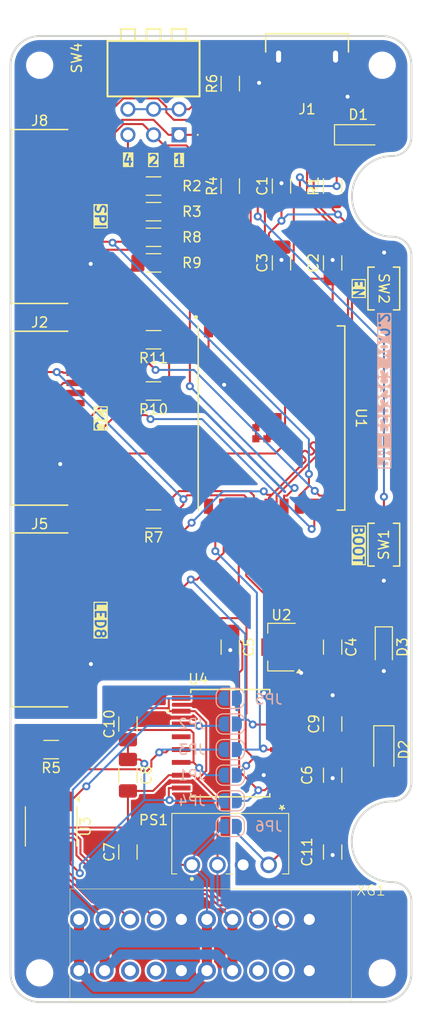
<source format=kicad_pcb>
(kicad_pcb (version 20240108) (generator "pcbnew") (generator_version "8.0")
  (title_block (title "${article} v${version}"))
  (layers (0 "F.Cu" signal) (31 "B.Cu" signal) (34 "B.Paste" user) (35 "F.Paste" user) (36 "B.SilkS" user "B.Silkscreen") (37 "F.SilkS" user "F.Silkscreen") (38 "B.Mask" user) (39 "F.Mask" user) (44 "Edge.Cuts" user))
  (property "article" "PM-ESP32C3")
  (property "version" "0.0.2")
  (net 0 "")
  (net 1 "/EN")
  (net 2 "GND")
  (net 4 "Net-(R4-Pad2)")
  (net 5 "/SCL")
  (net 6 "/SDA")
  (net 7 "/USB_D+")
  (net 8 "/USB_D-")
  (net 9 "+5V")
  (net 11 "+3.3V")
  (net 12 "/SCK")
  (net 13 "/CS0")
  (net 14 "/MOSI")
  (net 15 "/MISO")
  (net 16 "/CS1")
  (net 17 "Net-(D1-A)")
  (net 21 "Net-(R6-Pad2)")
  (net 23 "Net-(J5-Pin_2)")
  (net 24 "/UART_DIR")
  (net 25 "/UART_RX")
  (net 26 "/UART_TX")
  (net 27 "/B")
  (net 28 "/A")
  (net 29 "/INT")
  (net 30 "/CS2")
  (net 31 "/CS3")
  (net 32 "+3.3V_ISO")
  (net 33 "/UART_DIR_ISO")
  (net 34 "GND_ISO")
  (net 35 "/UART_RX_ISO")
  (net 39 "/UART_TX_ISO")
  (net 42 "Net-(D2-A)")
  (net 43 "PE")
  (net 44 "+5V_ISO")
  (footprint "Resistor_SMD:R_1206_3216Metric_Pad1.30x1.75mm_HandSolder" (layer "F.Cu") (at 62.3 74.6)
    (property "Reference" "R9")
    (property "Value" "10k")
  )
  (footprint "kicad_inventree_lib:SW_TS-1088_XNP-M" (layer "F.Cu") (at 85.16 77.14 -90)
    (property "Reference" "SW2")
    (property "Value" "Button")
  )
  (footprint "kicad_inventree_lib:ESP32-C3-WROOM-02U_EXP" (layer "F.Cu") (at 74.01 89.98 -90)
    (property "Reference" "U1")
    (property "Value" "ESP32-C3-WROOM-02U-N4")
  )
  (footprint "Capacitor_SMD:C_1206_3216Metric_Pad1.33x1.80mm_HandSolder" (layer "F.Cu") (at 80.08 120.32 90)
    (property "Reference" "C9")
    (property "Value" "10uF")
  )
  (footprint "kicad_inventree_lib:DA03BLP" (layer "F.Cu") (at 64.84 61.9 180)
    (property "Reference" "SW4")
    (property "Value" "DIP 3 pos" (hide yes))
  )
  (footprint "Package_TO_SOT_SMD:SOT-89-3" (layer "F.Cu") (at 75 112.7 180)
    (property "Reference" "U2")
    (property "Value" "CJA1117B-3.3")
  )
  (footprint "kicad_inventree_lib:CONN5_H83-S1S_XKB" (layer "F.Cu") (at 78.84 56.9989 180)
    (property "Reference" "J1")
    (property "Value" "U254-051T-4BH83-S1S")
  )
  (footprint "Resistor_SMD:R_1206_3216Metric_Pad1.30x1.75mm_HandSolder" (layer "F.Cu") (at 62.3 82.22 180)
    (property "Reference" "R11")
    (property "Value" "3k3")
  )
  (footprint "Capacitor_SMD:C_1206_3216Metric_Pad1.33x1.80mm_HandSolder" (layer "F.Cu") (at 80.08 112.7 -90)
    (property "Reference" "C4")
    (property "Value" "10uF")
  )
  (footprint "Package_SO:SOIC-8_3.9x4.9mm_P1.27mm" (layer "F.Cu") (at 52.14 130.48 -90)
    (property "Reference" "U3")
    (property "Value" "MAX3485")
  )
  (footprint "Capacitor_SMD:C_1206_3216Metric_Pad1.33x1.80mm_HandSolder" (layer "F.Cu") (at 80.08 125.4 -90)
    (property "Reference" "C6")
    (property "Value" "100nF")
  )
  (footprint "clipboard:b0caab98-8a23-470e-b26d-76b441dffb16" (layer "F.Cu") (at 85 145)
    (property "Reference" "")
    (property "Value" "")
  )
  (footprint "kicad_inventree_lib:CONN10_AFA07-S10_JUS" (layer "F.Cu") (at 51 70 -90)
    (property "Reference" "J8")
    (property "Value" "AFA07-S10FCC-00")
  )
  (footprint "clipboard:b0caab98-8a23-470e-b26d-76b441dffb16" (layer "F.Cu") (at 51 145)
    (property "Reference" "")
    (property "Value" "")
  )
  (footprint "Resistor_SMD:R_1206_3216Metric_Pad1.30x1.75mm_HandSolder" (layer "F.Cu") (at 62.3 87.3 180)
    (property "Reference" "R10")
    (property "Value" "3k3")
  )
  (footprint "Diode_SMD:D_SOD-323_HandSoldering" (layer "F.Cu") (at 85.16 112.7 -90)
    (property "Reference" "D3")
    (property "Value" "5A 9.8V 6V")
  )
  (footprint "Resistor_SMD:R_1206_3216Metric_Pad1.30x1.75mm_HandSolder" (layer "F.Cu") (at 52.14 122.86 180)
    (property "Reference" "R5")
    (property "Value" "10k")
  )
  (footprint "clipboard:b0caab98-8a23-470e-b26d-76b441dffb16" (layer "F.Cu") (at 51 55)
    (property "Reference" "")
    (property "Value" "")
  )
  (footprint "Resistor_SMD:R_1206_3216Metric_Pad1.30x1.75mm_HandSolder" (layer "F.Cu") (at 69.92 66.98 90)
    (property "Reference" "R4")
    (property "Value" "330R")
  )
  (footprint "Capacitor_SMD:C_1206_3216Metric_Pad1.33x1.80mm_HandSolder" (layer "F.Cu") (at 75 74.6 90)
    (property "Reference" "C3")
    (property "Value" "1uF")
  )
  (footprint "clipboard:b0caab98-8a23-470e-b26d-76b441dffb16" (layer "F.Cu") (at 85 55)
    (property "Reference" "")
    (property "Value" "")
  )
  (footprint "Capacitor_SMD:C_1206_3216Metric_Pad1.33x1.80mm_HandSolder" (layer "F.Cu") (at 75 66.98 90)
    (property "Reference" "C1")
    (property "Value" "1uF")
  )
  (footprint "Capacitor_SMD:C_1206_3216Metric_Pad1.33x1.80mm_HandSolder" (layer "F.Cu") (at 59.76 125.4 -90)
    (property "Reference" "C8")
    (property "Value" "100nF")
  )
  (footprint "Resistor_SMD:R_1206_3216Metric_Pad1.30x1.75mm_HandSolder" (layer "F.Cu") (at 62.3 100 180)
    (property "Reference" "R7")
    (property "Value" "330R")
  )
  (footprint "Resistor_SMD:R_1206_3216Metric_Pad1.30x1.75mm_HandSolder" (layer "F.Cu") (at 69.92 56.82 90)
    (property "Reference" "R6")
    (property "Value" "10k")
  )
  (footprint "Capacitor_SMD:C_1206_3216Metric_Pad1.33x1.80mm_HandSolder" (layer "F.Cu") (at 80.08 133.02 -90)
    (property "Reference" "C11")
    (property "Value" "10uF")
  )
  (footprint "Diode_SMD:D_SOD-123" (layer "F.Cu") (at 82.62 61.9)
    (property "Reference" "D1")
    (property "Value" "B5819W")
  )
  (footprint "kicad_inventree_lib:DG141R-2.54-10P" (layer "F.Cu") (at 54 147.8)
    (property "Reference" "XG1")
    (property "Value" "DG141R-2.54-10P" (hide yes))
  )
  (footprint "kicad_inventree_lib:CONN10_AFA07-S10_JUS" (layer "F.Cu") (at 51 110 -90)
    (property "Reference" "J5")
    (property "Value" "AFA07-S10FCC-00")
  )
  (footprint "Resistor_SMD:R_1206_3216Metric_Pad1.30x1.75mm_HandSolder" (layer "F.Cu") (at 62.3 66.98 180)
    (property "Reference" "R2")
    (property "Value" "10k")
  )
  (footprint "Resistor_SMD:R_1206_3216Metric_Pad1.30x1.75mm_HandSolder" (layer "F.Cu") (at 62.3 69.52 180)
    (property "Reference" "R3")
    (property "Value" "10k")
  )
  (footprint "Diode_SMD:D_SOD-123" (layer "F.Cu") (at 85.16 122.86 -90)
    (property "Reference" "D2")
    (property "Value" "B5819W")
  )
  (footprint "kicad_inventree_lib:SW_TS-1088_XNP-M" (layer "F.Cu") (at 85.16 102.54 90)
    (property "Reference" "SW1")
    (property "Value" "Button")
  )
  (footprint "kicad_inventree_lib:CONN10_AFA07-S10_JUS" (layer "F.Cu") (at 51 90 -90)
    (property "Reference" "J2")
    (property "Value" "AFA07-S10FCC-00")
  )
  (footprint "Resistor_SMD:R_1206_3216Metric_Pad1.30x1.75mm_HandSolder" (layer "F.Cu") (at 80.08 66.98 -90)
    (property "Reference" "R1")
    (property "Value" "10k")
  )
  (footprint "Capacitor_SMD:C_1206_3216Metric_Pad1.33x1.80mm_HandSolder" (layer "F.Cu") (at 59.76 120.32 90)
    (property "Reference" "C10")
    (property "Value" "10uF")
  )
  (footprint "kicad_inventree_lib:B0505S1WR3" (layer "F.Cu") (at 66.11 134.29)
    (property "Reference" "PS1")
    (property "Value" "B0505S-1WR3" (hide yes))
  )
  (footprint "Capacitor_SMD:C_1206_3216Metric_Pad1.33x1.80mm_HandSolder" (layer "F.Cu") (at 80.08 74.6 -90)
    (property "Reference" "C2")
    (property "Value" "10uF")
  )
  (footprint "Capacitor_SMD:C_1206_3216Metric_Pad1.33x1.80mm_HandSolder" (layer "F.Cu") (at 69.92 112.7 -90)
    (property "Reference" "C5")
    (property "Value" "22uF")
  )
  (footprint "kicad_inventree_lib:SOIC16-WBW_CLG-M" (layer "F.Cu") (at 69.92 122.225 180)
    (property "Reference" "U4")
    (property "Value" "CA-IS3641HW")
  )
  (footprint "Resistor_SMD:R_1206_3216Metric_Pad1.30x1.75mm_HandSolder" (layer "F.Cu") (at 62.3 72.06 180)
    (property "Reference" "R8")
    (property "Value" "10k")
  )
  (footprint "Capacitor_SMD:C_1206_3216Metric_Pad1.33x1.80mm_HandSolder" (layer "F.Cu") (at 59.76 133.02 90)
    (property "Reference" "C7")
    (property "Value" "10uF")
  )
  (footprint "Jumper:SolderJumper-2_P1.3mm_Open_RoundedPad1.0x1.5mm" (layer "B.Cu") (at 69.92 117.78)
    (property "Reference" "JP5")
    (property "Value" "SolderJumper_2_Open")
  )
  (footprint "Jumper:SolderJumper-2_P1.3mm_Open_RoundedPad1.0x1.5mm" (layer "B.Cu") (at 69.92 127.94 180)
    (property "Reference" "JP4")
    (property "Value" "SolderJumper_2_Open")
  )
  (footprint "Jumper:SolderJumper-2_P1.3mm_Open_RoundedPad1.0x1.5mm" (layer "B.Cu") (at 69.92 120.32 180)
    (property "Reference" "JP2")
    (property "Value" "SolderJumper_2_Open")
  )
  (footprint "Jumper:SolderJumper-2_P1.3mm_Open_RoundedPad1.0x1.5mm" (layer "B.Cu") (at 69.92 125.4 180)
    (property "Reference" "JP1")
    (property "Value" "SolderJumper_2_Open")
  )
  (footprint "Jumper:SolderJumper-2_P1.3mm_Open_RoundedPad1.0x1.5mm" (layer "B.Cu") (at 69.92 130.48)
    (property "Reference" "JP6")
    (property "Value" "SolderJumper_2_Open")
  )
  (footprint "Jumper:SolderJumper-2_P1.3mm_Open_RoundedPad1.0x1.5mm" (layer "B.Cu") (at 69.92 122.86 180)
    (property "Reference" "JP3")
    (property "Value" "SolderJumper_2_Open")
  )
  (gr_arc (start 87.900001 144.999999) (mid 87.050611 147.050609) (end 85.000001 147.899999) (stroke (width 0.2)) (layer "Edge.Cuts"))
  (gr_line (start 87.900001 137.899999) (end 87.900001 144.999999) (stroke (width 0.2)) (layer "Edge.Cuts"))
  (gr_line (start 87.9 62.1) (end 87.9 55) (stroke (width 0.2)) (layer "Edge.Cuts"))
  (gr_arc (start 48.099999 55) (mid 48.949389 52.94939) (end 50.999999 52.1) (stroke (width 0.2)) (layer "Edge.Cuts"))
  (gr_line (start 48.1 144.999999) (end 48.1 54.999999) (stroke (width 0.2)) (layer "Edge.Cuts"))
  (gr_arc (start 86.000001 135.999999) (mid 82.000001 131.999999) (end 86.000001 127.999999) (stroke (width 0.2)) (layer "Edge.Cuts"))
  (gr_arc (start 87.900001 126.100001) (mid 87.343504 127.443504) (end 86.000001 128.000001) (stroke (width 0.2)) (layer "Edge.Cuts"))
  (gr_arc (start 86.000001 71.999999) (mid 87.343504 72.556496) (end 87.900001 73.899999) (stroke (width 0.2)) (layer "Edge.Cuts"))
  (gr_arc (start 85 52.1) (mid 87.05061 52.94939) (end 87.9 55) (stroke (width 0.2)) (layer "Edge.Cuts"))
  (gr_arc (start 51 147.899999) (mid 48.94939 147.050609) (end 48.1 144.999999) (stroke (width 0.2)) (layer "Edge.Cuts"))
  (gr_line (start 87.900001 73.899999) (end 87.900001 126.100001) (stroke (width 0.2)) (layer "Edge.Cuts"))
  (gr_line (start 50.999999 52.1) (end 85 52.1) (stroke (width 0.2)) (layer "Edge.Cuts"))
  (gr_arc (start 86.000001 135.999999) (mid 87.343504 136.556496) (end 87.900001 137.899999) (stroke (width 0.2)) (layer "Edge.Cuts"))
  (gr_line (start 51 147.899999) (end 85.000001 147.899999) (stroke (width 0.2)) (layer "Edge.Cuts"))
  (gr_arc (start 86 72) (mid 82 68) (end 86 64) (stroke (width 0.2)) (layer "Edge.Cuts"))
  (gr_arc (start 87.9 62.1) (mid 87.343503 63.443503) (end 86 64) (stroke (width 0.2)) (layer "Edge.Cuts"))
  (gr_text "${article} v${version}" (at 85.16 87.3 -90) (layer "B.SilkS" knockout) (effects (font (size 1 1) (thickness 0.2) (bold yes)) (justify mirror)))
  (gr_text "LED8" (at 57 110 270) (layer "F.SilkS" knockout) (effects (font (size 1 1) (thickness 0.2) (bold yes))))
  (gr_text "EN" (at 82.62 77.14 -90) (layer "F.SilkS" knockout) (effects (font (size 1 1) (thickness 0.2) (bold yes))))
  (gr_text "I2C" (at 57 90 270) (layer "F.SilkS" knockout) (effects (font (size 1 1) (thickness 0.2) (bold yes))))
  (gr_text "BOOT" (at 82.62 102.54 -90) (layer "F.SilkS" knockout) (effects (font (size 1 1) (thickness 0.2) (bold yes))))
  (gr_text "4" (at 59.76 64.44 0) (layer "F.SilkS" knockout) (effects (font (size 1 1) (thickness 0.2) (bold yes))))
  (gr_text "2" (at 62.3 64.44 0) (layer "F.SilkS" knockout) (effects (font (size 1 1) (thickness 0.2) (bold yes))))
  (gr_text "SPI" (at 57 70 270) (layer "F.SilkS" knockout) (effects (font (size 1 1) (thickness 0.2) (bold yes))))
  (gr_text "1" (at 64.84 64.44 0) (layer "F.SilkS" knockout) (effects (font (size 1 1) (thickness 0.2) (bold yes))))
  (segment (start 73.756 76.8176) (end 73.756 71.6663) (width 0.2) (layer "F.Cu") (net 1))
  (segment (start 78.26 81.23) (end 78.26 80.179) (width 0.2) (layer "F.Cu") (net 1))
  (segment (start 75 70.4223) (end 75 68.5425) (width 0.2) (layer "F.Cu") (net 1))
  (segment (start 80.08 69.2676) (end 80.6082 69.7958) (width 0.2) (layer "F.Cu") (net 1))
  (segment (start 73.756 71.6663) (end 75 70.4223) (width 0.2) (layer "F.Cu") (net 1))
  (segment (start 84.236 79.426) (end 85.16 79.426) (width 0.2) (layer "F.Cu") (net 1))
  (segment (start 80.08 68.53) (end 80.08 69.2676) (width 0.2) (layer "F.Cu") (net 1))
  (segment (start 77.333 79.252) (end 76.1904 79.252) (width 0.2) (layer "F.Cu") (net 1))
  (segment (start 83.05 78.24) (end 84.236 79.426) (width 0.2) (layer "F.Cu") (net 1))
  (segment (start 83.05 72.2376) (end 83.05 78.24) (width 0.2) (layer "F.Cu") (net 1))
  (segment (start 76.1904 79.252) (end 73.756 76.8176) (width 0.2) (layer "F.Cu") (net 1))
  (segment (start 80.6082 69.7958) (end 83.05 72.2376) (width 0.2) (layer "F.Cu") (net 1))
  (segment (start 78.26 80.179) (end 77.333 79.252) (width 0.2) (layer "F.Cu") (net 1))
  (via (at 80.6082 69.7958) (size 0.8) (drill 0.4) (layers "F.Cu" "B.Cu") (net 1))
  (via (at 75 70.4223) (size 0.8) (drill 0.4) (layers "F.Cu" "B.Cu") (net 1))
  (segment (start 80.6082 69.7958) (end 75.6265 69.7958) (width 0.2) (layer "B.Cu") (net 1))
  (segment (start 75.6265 69.7958) (end 75 70.4223) (width 0.2) (layer "B.Cu") (net 1))
  (segment (start 74.66 89.84) (end 74.0027 89.84) (width 0.2) (layer "F.Cu") (net 2))
  (segment (start 74.0027 89.84) (end 73.674 89.5113) (width 0.2) (layer "F.Cu") (net 2))
  (segment (start 72.46 89.84) (end 72.46 90.94) (width 0.2) (layer "F.Cu") (net 2))
  (segment (start 56.0639 74.6975) (end 55.9569 74.6975) (width 0.2) (layer "F.Cu") (net 2))
  (segment (start 73.0842 56.6949) (end 74.44 56.6949) (width 0.2) (layer "F.Cu") (net 2))
  (segment (start 53.0435 94.548) (end 53.3046 94.548) (width 0.2) (layer "F.Cu") (net 2))
  (segment (start 81.2429 57.7967) (end 81.5631 58.1169) (width 0.2) (layer "F.Cu") (net 2))
  (segment (start 85.192 73.8472) (end 85.16 73.8792) (width 0.2) (layer "F.Cu") (net 2))
  (segment (start 80.64 57.7967) (end 81.2429 57.7967) (width 0.2) (layer "F.Cu") (net 2))
  (segment (start 85.16 73.8792) (end 85.16 74.854) (width 0.2) (layer "F.Cu") (net 2))
  (segment (start 75.7958 56.6949) (end 74.44 56.6949) (width 0.2) (layer "F.Cu") (net 2))
  (segment (start 73.2378 125.39) (end 73.5581 125.39) (width 0.2) (layer "F.Cu") (net 2))
  (segment (start 85.192 73.5734) (end 85.192 73.8472) (width 0.2) (layer "F.Cu") (net 2))
  (segment (start 80.08 126.962) (end 80.08 125.695) (width 0.2) (layer "F.Cu") (net 2))
  (segment (start 73.568 117.555) (end 73.2626 117.249) (width 0.2) (layer "F.Cu") (net 2))
  (segment (start 67.759999 81.23) (end 67.759999 85.139999) (width 0.2) (layer "F.Cu") (net 2))
  (segment (start 85.16 113.95) (end 85.16 115.072) (width 0.2) (layer "F.Cu") (net 2))
  (segment (start 85.16 104.826) (end 85.16 106.112) (width 0.2) (layer "F.Cu") (net 2))
  (segment (start 73.568 125.4) (end 74.7968 125.4) (width 0.2) (layer "F.Cu") (net 2))
  (segment (start 73.0316 56.7475) (end 73.0842 56.6949) (width 0.2) (layer "F.Cu") (net 2))
  (segment (start 80.08 118.7575) (end 80.08 117.47) (width 0.2) (layer "F.Cu") (net 2))
  (segment (start 72.7777 56.7475) (end 73.0316 56.7475) (width 0.2) (layer "F.Cu") (net 2))
  (segment (start 73.56 90.94) (end 74.66 90.94) (width 0.2) (layer "F.Cu") (net 2))
  (segment (start 80.08 117.47) (end 80.08 114.2625) (width 0.2) (layer "F.Cu") (net 2))
  (segment (start 80.08 114.2625) (end 80.08 114.262) (width 0.2) (layer "F.Cu") (net 2))
  (segment (start 55.7594 74.5) (end 54.556 74.5) (width 0.2) (layer "F.Cu") (net 2))
  (segment (start 76.95 114.2) (end 76.95 115.255) (width 0.2) (layer "F.Cu") (net 2))
  (segment (start 73.56 90.94) (end 73.56 92.04) (width 0.2) (layer "F.Cu") (net 2))
  (segment (start 55.9569 74.6975) (end 55.7594 74.5) (width 0.2) (layer "F.Cu") (net 2))
  (segment (start 76.2401 56.82) (end 75.9209 56.82) (width 0.2) (layer "F.Cu") (net 2))
  (segment (start 80.08 118.758) (end 80.08 118.7575) (width 0.2) (layer "F.Cu") (net 2))
  (segment (start 67.759999 85.139999) (end 72.46 89.84) (width 0.2) (layer "F.Cu") (net 2))
  (segment (start 53.3046 94.548) (end 53.3526 94.5) (width 0.2) (layer "F.Cu") (net 2))
  (segment (start 72.46 89.84) (end 73.56 89.84) (width 0.2) (layer "F.Cu") (net 2))
  (segment (start 75 73.0375) (end 75 74.3051) (width 0.2) (layer "F.Cu") (net 2))
  (segment (start 72.46 90.94) (end 72.46 92.04) (width 0.2) (layer "F.Cu") (net 2))
  (segment (start 75 65.4175) (end 75 66.6971) (width 0.2) (layer "F.Cu") (net 2))
  (segment (start 69.92 114.262) (end 69.92 114.2625) (width 0.2) (layer "F.Cu") (net 2))
  (segment (start 74.7968 117.78) (end 73.568 117.78) (width 0.2) (layer "F.Cu") (net 2))
  (segment (start 74.66 92.04) (end 73.56 92.04) (width 0.2) (layer "F.Cu") (net 2))
  (segment (start 54.556 114.5) (end 55.7594 114.5) (width 0.2) (layer "F.Cu") (net 2))
  (segment (start 80.64 56.6949) (end 80.64 57.7967) (width 0.2) (layer "F.Cu") (net 2))
  (segment (start 73.56 89.5113) (end 73.56 89.84) (width 0.2) (layer "F.Cu") (net 2))
  (segment (start 69.92 114.262) (end 69.92 112.997) (width 0.2) (layer "F.Cu") (net 2))
  (segment (start 53.3526 94.5) (end 54.556 94.5) (width 0.2) (layer "F.Cu") (net 2))
  (segment (start 73.56 92.04) (end 72.46 92.04) (width 0.2) (layer "F.Cu") (net 2))
  (segment (start 80.08 73.0375) (end 80.08 74.3069) (width 0.2) (layer "F.Cu") (net 2))
  (segment (start 80.08 134.582) (end 80.08 133.315) (width 0.2) (layer "F.Cu") (net 2))
  (segment (start 75.9209 56.82) (end 75.7958 56.6949) (width 0.2) (layer "F.Cu") (net 2))
  (segment (start 73.674 89.5113) (end 73.56 89.5113) (width 0.2) (layer "F.Cu") (net 2))
  (segment (start 55.7594 114.5) (end 55.8806 114.379) (width 0.2) (layer "F.Cu") (net 2))
  (segment (start 73.5581 125.39) (end 73.568 125.4) (width 0.2) (layer "F.Cu") (net 2))
  (segment (start 80.08 126.962) (end 80.08 126.9625) (width 0.2) (layer "F.Cu") (net 2))
  (segment (start 55.8806 114.379) (end 56.0822 114.379) (width 0.2) (layer "F.Cu") (net 2))
  (segment (start 80.08 134.582) (end 80.08 134.5825) (width 0.2) (layer "F.Cu") (net 2))
  (segment (start 73.568 117.78) (end 73.568 117.555) (width 0.2) (layer "F.Cu") (net 2))
  (via (at 85.192 73.5734) (size 0.8) (drill 0.4) (layers "F.Cu" "B.Cu") (net 2))
  (via (at 75 74.3051) (size 0.8) (drill 0.4) (layers "F.Cu" "B.Cu") (net 2))
  (via (at 73.2378 125.39) (size 0.8) (drill 0.4) (layers "F.Cu" "B.Cu") (net 2))
  (via (at 81.5631 58.1169) (size 0.8) (drill 0.4) (layers "F.Cu" "B.Cu") (net 2))
  (via (at 69.31 86.69) (size 0.8) (drill 0.4) (layers "F.Cu" "B.Cu") (net 2))
  (via (at 69.92 112.997) (size 0.8) (drill 0.4) (layers "F.Cu" "B.Cu") (net 2))
  (via (at 85.16 106.112) (size 0.8) (drill 0.4) (layers "F.Cu" "B.Cu") (net 2))
  (via (at 76.95 115.255) (size 0.8) (drill 0.4) (layers "F.Cu" "B.Cu") (net 2))
  (via (at 80.08 74.3069) (size 0.8) (drill 0.4) (layers "F.Cu" "B.Cu") (net 2))
  (via (at 80.08 117.47) (size 0.8) (drill 0.4) (layers "F.Cu" "B.Cu") (net 2))
  (via (at 53.0435 94.548) (size 0.8) (drill 0.4) (layers "F.Cu" "B.Cu") (net 2))
  (via (at 72.7777 56.7475) (size 0.8) (drill 0.4) (layers "F.Cu" "B.Cu") (net 2))
  (via (at 80.08 133.315) (size 0.8) (drill 0.4) (layers "F.Cu" "B.Cu") (net 2))
  (via (at 73.2626 117.249) (size 0.8) (drill 0.4) (layers "F.Cu" "B.Cu") (net 2))
  (via (at 56.0822 114.379) (size 0.8) (drill 0.4) (layers "F.Cu" "B.Cu") (net 2))
  (via (at 56.0639 74.6975) (size 0.8) (drill 0.4) (layers "F.Cu" "B.Cu") (net 2))
  (via (at 75 66.6971) (size 0.8) (drill 0.4) (layers "F.Cu" "B.Cu") (net 2))
  (via (at 80.08 125.695) (size 0.8) (drill 0.4) (layers "F.Cu" "B.Cu") (net 2))
  (via (at 85.16 115.072) (size 0.8) (drill 0.4) (layers "F.Cu" "B.Cu") (net 2))
  (segment (start 72.6465 67.6207) (end 70.4558 65.43) (width 0.2) (layer "F.Cu") (net 4))
  (segment (start 85.16 100.254) (end 85.16 99.2792) (width 0.2) (layer "F.Cu") (net 4))
  (segment (start 85.16 99.2792) (end 85.1723 99.2669) (width 0.2) (layer "F.Cu") (net 4))
  (segment (start 72.6465 70) (end 72.6465 67.6207) (width 0.2) (layer "F.Cu") (net 4))
  (segment (start 70.4558 65.43) (end 69.92 65.43) (width 0.2) (layer "F.Cu") (net 4))
  (segment (start 85.1723 99.2669) (end 85.1723 97.7904) (width 0.2) (layer "F.Cu") (net 4))
  (via (at 85.1723 97.7904) (size 0.8) (drill 0.4) (layers "F.Cu" "B.Cu") (net 4))
  (via (at 72.6465 70) (size 0.8) (drill 0.4) (layers "F.Cu" "B.Cu") (net 4))
  (segment (start 85.1723 82.5258) (end 72.6465 70) (width 0.2) (layer "B.Cu") (net 4))
  (segment (start 85.1723 97.7904) (end 85.1723 82.5258) (width 0.2) (layer "B.Cu") (net 4))
  (segment (start 61.6073 89.6953) (end 62 90.088) (width 0.2) (layer "F.Cu") (net 5))
  (segment (start 58.5641 89.6953) (end 60.75 89.6953) (width 0.2) (layer "F.Cu") (net 5))
  (segment (start 54.556 92.5) (end 55.7594 92.5) (width 0.2) (layer "F.Cu") (net 5))
  (segment (start 60.75 89.6953) (end 61.6073 89.6953) (width 0.2) (layer "F.Cu") (net 5))
  (segment (start 55.7594 92.5) (end 58.5641 89.6953) (width 0.2) (layer "F.Cu") (net 5))
  (segment (start 78.26 100.723) (end 78 100.983) (width 0.2) (layer "F.Cu") (net 5))
  (segment (start 60.75 89.6953) (end 60.75 87.3) (width 0.2) (layer "F.Cu") (net 5))
  (segment (start 78.26 98.73) (end 78.26 100.723) (width 0.2) (layer "F.Cu") (net 5))
  (via (at 62 90.088) (size 0.8) (drill 0.4) (layers "F.Cu" "B.Cu") (net 5))
  (via (at 78 100.983) (size 0.8) (drill 0.4) (layers "F.Cu" "B.Cu") (net 5))
  (segment (start 67.1049 90.088) (end 78 100.983) (width 0.2) (layer "B.Cu") (net 5))
  (segment (start 62 90.088) (end 67.1049 90.088) (width 0.2) (layer "B.Cu") (net 5))
  (segment (start 60.75 84.0847) (end 60.75 82.22) (width 0.2) (layer "F.Cu") (net 6))
  (segment (start 61.9154 84.6255) (end 61.2908 84.6255) (width 0.2) (layer "F.Cu") (net 6))
  (segment (start 55.7594 91.5) (end 54.556 91.5) (width 0.2) (layer "F.Cu") (net 6))
  (segment (start 55.7594 90.1569) (end 55.7594 91.5) (width 0.2) (layer "F.Cu") (net 6))
  (segment (start 79.76 98.73) (end 79.76 97.679) (width 0.2) (layer "F.Cu") (net 6))
  (segment (start 62.5019 85.212) (end 61.9154 84.6255) (width 0.2) (layer "F.Cu") (net 6))
  (segment (start 78.7764 97.679) (end 78.3028 97.2054) (width 0.2) (layer "F.Cu") (net 6))
  (segment (start 61.2908 84.6255) (end 55.7594 90.1569) (width 0.2) (layer "F.Cu") (net 6))
  (segment (start 79.76 97.679) (end 78.7764 97.679) (width 0.2) (layer "F.Cu") (net 6))
  (segment (start 61.2908 84.6255) (end 60.75 84.0847) (width 0.2) (layer "F.Cu") (net 6))
  (via (at 78.3028 97.2054) (size 0.8) (drill 0.4) (layers "F.Cu" "B.Cu") (net 6))
  (via (at 62.5019 85.212) (size 0.8) (drill 0.4) (layers "F.Cu" "B.Cu") (net 6))
  (segment (start 78.3028 97.2054) (end 66.3094 85.212) (width 0.2) (layer "B.Cu") (net 6))
  (segment (start 66.3094 85.212) (end 62.5019 85.212) (width 0.2) (layer "B.Cu") (net 6))
  (segment (start 66.0805 100.364) (end 56.9449 109.5) (width 0.2) (layer "F.Cu") (net 7))
  (segment (start 77.328958 94.305353) (end 77.244106 94.390207) (width 0.2) (layer "F.Cu") (net 7))
  (segment (start 78.092635 93.541678) (end 78.092635 93.541679) (width 0.2) (layer "F.Cu") (net 7))
  (segment (start 79.026016 92.608295) (end 78.941164 92.693149) (width 0.2) (layer "F.Cu") (net 7))
  (segment (start 73.76 97.874314) (end 73.76 98.73) (width 0.2) (layer "F.Cu") (net 7))
  (segment (start 78.020513 92.451322) (end 77.93566 92.536174) (width 0.2) (layer "F.Cu") (net 7))
  (segment (start 74.880463 96.753851) (end 73.76 97.874314) (width 0.2) (layer "F.Cu") (net 7))
  (segment (start 78.869007 91.602758) (end 78.784154 91.68761) (width 0.2) (layer "F.Cu") (net 7))
  (segment (start 75.087429 96.546885) (end 74.880463 96.753851) (width 0.2) (layer "F.Cu") (net 7))
  (segment (start 77.93566 92.875586) (end 78.177487 93.117413) (width 0.2) (layer "F.Cu") (net 7))
  (segment (start 77.087131 93.724115) (end 77.328958 93.965942) (width 0.2) (layer "F.Cu") (net 7))
  (segment (start 73.2456 97.2508) (end 73.244 97.2508) (width 0.2) (layer "F.Cu") (net 7))
  (segment (start 81.6 90.034314) (end 79.789693 91.844621) (width 0.2) (layer "F.Cu") (net 7))
  (segment (start 78.601752 92.69315) (end 78.359924 92.451322) (width 0.2) (layer "F.Cu") (net 7))
  (segment (start 79.450281 91.844621) (end 79.208418 91.602758) (width 0.2) (layer "F.Cu") (net 7))
  (segment (start 78.784154 92.027022) (end 79.026016 92.268884) (width 0.2) (layer "F.Cu") (net 7))
  (segment (start 77.54 56.82) (end 77.54 68.405686) (width 0.2) (layer "F.Cu") (net 7))
  (segment (start 77.753223 93.541679) (end 77.511395 93.299851) (width 0.2) (layer "F.Cu") (net 7))
  (segment (start 78.941164 92.693149) (end 78.941164 92.69315) (width 0.2) (layer "F.Cu") (net 7))
  (segment (start 77.54 68.405686) (end 81.6 72.465686) (width 0.2) (layer "F.Cu") (net 7))
  (segment (start 74.0377 97.5966) (end 73.5914 97.5966) (width 0.2) (layer "F.Cu") (net 7))
  (segment (start 77.171984 93.299851) (end 77.087131 93.384703) (width 0.2) (layer "F.Cu") (net 7))
  (segment (start 73.5914 97.5966) (end 73.2456 97.2508) (width 0.2) (layer "F.Cu") (net 7))
  (segment (start 81.6 72.465686) (end 81.6 90.034314) (width 0.2) (layer "F.Cu") (net 7))
  (segment (start 77.244106 94.390207) (end 75.087429 96.546885) (width 0.2) (layer "F.Cu") (net 7))
  (segment (start 78.177487 93.456824) (end 78.092635 93.541678) (width 0.2) (layer "F.Cu") (net 7))
  (segment (start 56.9449 109.5) (end 54.556 109.5) (width 0.2) (layer "F.Cu") (net 7))
  (via (at 66.0805 100.364) (size 0.8) (drill 0.4) (layers "F.Cu" "B.Cu") (net 7))
  (via (at 73.244 97.2508) (size 0.8) (drill 0.4) (layers "F.Cu" "B.Cu") (net 7))
  (arc (start 77.087131 93.384703) (mid 77.016836 93.554409) (end 77.087131 93.724115) (width 0.2) (layer "F.Cu") (net 7))
  (arc (start 79.789693 91.844621) (mid 79.619987 91.914916) (end 79.450281 91.844621) (width 0.2) (layer "F.Cu") (net 7))
  (arc (start 77.511395 93.299851) (mid 77.34169 93.229556) (end 77.171984 93.299851) (width 0.2) (layer "F.Cu") (net 7))
  (arc (start 77.328958 93.965942) (mid 77.399252 94.135648) (end 77.328958 94.305353) (width 0.2) (layer "F.Cu") (net 7))
  (arc (start 79.026016 92.268884) (mid 79.09631 92.43859) (end 79.026016 92.608295) (width 0.2) (layer "F.Cu") (net 7))
  (arc (start 79.208418 91.602758) (mid 79.038713 91.532463) (end 78.869007 91.602758) (width 0.2) (layer "F.Cu") (net 7))
  (arc (start 78.359924 92.451322) (mid 78.190219 92.381027) (end 78.020513 92.451322) (width 0.2) (layer "F.Cu") (net 7))
  (arc (start 78.092635 93.541679) (mid 77.922929 93.611974) (end 77.753223 93.541679) (width 0.2) (layer "F.Cu") (net 7))
  (arc (start 78.784154 91.68761) (mid 78.713859 91.857316) (end 78.784154 92.027022) (width 0.2) (layer "F.Cu") (net 7))
  (arc (start 78.941164 92.69315) (mid 78.771458 92.763445) (end 78.601752 92.69315) (width 0.2) (layer "F.Cu") (net 7))
  (arc (start 78.177487 93.117413) (mid 78.247781 93.287119) (end 78.177487 93.456824) (width 0.2) (layer "F.Cu") (net 7))
  (arc (start 77.93566 92.536174) (mid 77.865365 92.70588) (end 77.93566 92.875586) (width 0.2) (layer "F.Cu") (net 7))
  (segment (start 73.244 97.2508) (end 69.1941 97.2508) (width 0.2) (layer "B.Cu") (net 7))
  (segment (start 69.1941 97.2508) (end 66.0805 100.364) (width 0.2) (layer "B.Cu") (net 7))
  (segment (start 74.5155 99.7638) (end 74.3793 99.9) (width 0.2) (layer "F.Cu") (net 8))
  (segment (start 55.7594 108.5) (end 62.3 101.959) (width 0.2) (layer "F.Cu") (net 8))
  (segment (start 73.1252 99.9) (end 72.26 99.0348) (width 0.2) (layer "F.Cu") (net 8))
  (segment (start 74.5155 97.6845) (end 74.5155 99.7638) (width 0.2) (layer "F.Cu") (net 8))
  (segment (start 71.8104 97.2294) (end 72.26 97.679) (width 0.2) (layer "F.Cu") (net 8))
  (segment (start 62.3 99.7434) (end 64.814 97.2294) (width 0.2) (layer "F.Cu") (net 8))
  (segment (start 54.556 108.5) (end 55.7594 108.5) (width 0.2) (layer "F.Cu") (net 8))
  (segment (start 72.26 99.0348) (end 72.26 98.73) (width 0.2) (layer "F.Cu") (net 8))
  (segment (start 74.3793 99.9) (end 73.1252 99.9) (width 0.2) (layer "F.Cu") (net 8))
  (segment (start 72.26 97.679) (end 72.26 98.73) (width 0.2) (layer "F.Cu") (net 8))
  (segment (start 78.189986 56.82) (end 78.189986 68.489986) (width 0.2) (layer "F.Cu") (net 8))
  (segment (start 82 72.3) (end 82 90.2) (width 0.2) (layer "F.Cu") (net 8))
  (segment (start 62.3 101.959) (end 62.3 99.7434) (width 0.2) (layer "F.Cu") (net 8))
  (segment (start 82 90.2) (end 74.5155 97.6845) (width 0.2) (layer "F.Cu") (net 8))
  (segment (start 64.814 97.2294) (end 71.8104 97.2294) (width 0.2) (layer "F.Cu") (net 8))
  (segment (start 78.189986 68.489986) (end 82 72.3) (width 0.2) (layer "F.Cu") (net 8))
  (segment (start 81.9156 62.8456) (end 84.6959 62.8456) (width 0.2) (layer "F.Cu") (net 9))
  (segment (start 81.837 55.5864) (end 72.5263 55.5864) (width 0.2) (layer "F.Cu") (net 9))
  (segment (start 54.556 85.5) (end 53.3526 85.5) (width 0.2) (layer "F.Cu") (net 9))
  (segment (start 86.0108 112.301) (end 85.16 111.45) (width 0.2) (layer "F.Cu") (net 9))
  (segment (start 71.2956 97.6451) (end 71.5062 97.8557) (width 0.2) (layer "F.Cu") (net 9))
  (segment (start 65.2676 98.5824) (end 65.2676 98.031) (width 0.2) (layer "F.Cu") (net 9))
  (segment (start 63.85 100) (end 65.2676 98.5824) (width 0.2) (layer "F.Cu") (net 9))
  (segment (start 72.5263 55.5864) (end 71.2019 54.262) (width 0.2) (layer "F.Cu") (net 9))
  (segment (start 71.5062 97.8557) (end 71.5062 105.631) (width 0.2) (layer "F.Cu") (net 9))
  (segment (start 54.556 62.4075) (end 54.556 65.5) (width 0.2) (layer "F.Cu") (net 9))
  (segment (start 71.5062 105.631) (end 77.0125 111.138) (width 0.2) (layer "F.Cu") (net 9))
  (segment (start 80.0805 111.138) (end 84.8475 111.138) (width 0.2) (layer "F.Cu") (net 9))
  (segment (start 53.2753 85.4227) (end 52.697 85.4227) (width 0.2) (layer "F.Cu") (net 9))
  (segment (start 51.3784 85.4227) (end 52.697 85.4227) (width 0.2) (layer "F.Cu") (net 9))
  (segment (start 84.8475 111.138) (end 85.16 111.45) (width 0.2) (layer "F.Cu") (net 9))
  (segment (start 85.0517 62.4898) (end 85.0517 58.8011) (width 0.2) (layer "F.Cu") (net 9))
  (segment (start 53.3526 85.5) (end 53.2753 85.4227) (width 0.2) (layer "F.Cu") (net 9))
  (segment (start 65.6535 97.6451) (end 71.2956 97.6451) (width 0.2) (layer "F.Cu") (net 9))
  (segment (start 65.2676 98.031) (end 65.6535 97.6451) (width 0.2) (layer "F.Cu") (net 9))
  (segment (start 84.6959 62.8456) (end 85.0517 62.4898) (width 0.2) (layer "F.Cu") (net 9))
  (segment (start 54.556 65.5) (end 53.3526 65.5) (width 0.2) (layer "F.Cu") (net 9))
  (segment (start 80.0805 111.138) (end 80.08 111.1375) (width 0.2) (layer "F.Cu") (net 9))
  (segment (start 77.0125 111.138) (end 80.0805 111.138) (width 0.2) (layer "F.Cu") (net 9))
  (segment (start 71.2019 54.262) (end 62.7015 54.262) (width 0.2) (layer "F.Cu") (net 9))
  (segment (start 62.7015 54.262) (end 54.556 62.4075) (width 0.2) (layer "F.Cu") (net 9))
  (segment (start 80.97 61.9) (end 81.9156 62.8456) (width 0.2) (layer "F.Cu") (net 9))
  (segment (start 53.3526 65.5) (end 50.5857 68.2669) (width 0.2) (layer "F.Cu") (net 9))
  (segment (start 86.0108 120.359) (end 86.0108 112.301) (width 0.2) (layer "F.Cu") (net 9))
  (segment (start 50.5857 68.2669) (end 50.5857 84.63) (width 0.2) (layer "F.Cu") (net 9))
  (segment (start 85.16 121.21) (end 86.0108 120.359) (width 0.2) (layer "F.Cu") (net 9))
  (segment (start 50.5857 84.63) (end 51.3784 85.4227) (width 0.2) (layer "F.Cu") (net 9))
  (segment (start 85.0517 58.8011) (end 81.837 55.5864) (width 0.2) (layer "F.Cu") (net 9))
  (segment (start 77.0125 111.138) (end 76.95 111.2) (width 0.2) (layer "F.Cu") (net 9))
  (via (at 65.2676 98.031) (size 0.8) (drill 0.4) (layers "F.Cu" "B.Cu") (net 9))
  (via (at 52.697 85.4227) (size 0.8) (drill 0.4) (layers "F.Cu" "B.Cu") (net 9))
  (segment (start 52.697 85.4604) (end 52.697 85.4227) (width 0.2) (layer "B.Cu") (net 9))
  (segment (start 65.2676 98.031) (end 52.697 85.4604) (width 0.2) (layer "B.Cu") (net 9))
  (segment (start 63.85 72.06) (end 63.85 69.52) (width 0.2) (layer "F.Cu") (net 11))
  (segment (start 58.49 76.86) (end 60.75 74.6) (width 0.2) (layer "F.Cu") (net 11))
  (segment (start 73.3474 126.891) (end 73.568 126.67) (width 0.2) (layer "F.Cu") (net 11))
  (segment (start 50.5643 89.2883) (end 53.3526 86.5) (width 0.2) (layer "F.Cu") (net 11))
  (segment (start 80.08 121.882) (end 80.08 121.8825) (width 0.2) (layer "F.Cu") (net 11))
  (segment (start 69.92 111.138) (end 69.92 111.1375) (width 0.2) (layer "F.Cu") (net 11))
  (segment (start 77.9493 119.752) (end 80.08 121.882) (width 0.2) (layer "F.Cu") (net 11))
  (segment (start 76.8299 67.3688) (end 76.8299 66.11) (width 0.2) (layer "F.Cu") (net 11))
  (segment (start 77.2475 126.67) (end 74.7968 126.67) (width 0.2) (layer "F.Cu") (net 11))
  (segment (start 60.75 74.6) (end 63.29 72.06) (width 0.2) (layer "F.Cu") (net 11))
  (segment (start 67.8736 60.4164) (end 67.8736 60.6652) (width 0.2) (layer "F.Cu") (net 11))
  (segment (start 53.3526 107.5) (end 53.3526 114.996) (width 0.2) (layer "F.Cu") (net 11))
  (segment (start 75.8335 67.4896) (end 76.2195 67.8756) (width 0.2) (layer "F.Cu") (net 11))
  (segment (start 53.3526 75.0083) (end 53.3526 66.5) (width 0.2) (layer "F.Cu") (net 11))
  (segment (start 79.76 80.179) (end 80.08 79.859) (width 0.2) (layer "F.Cu") (net 11))
  (segment (start 77.9493 113.787) (end 77.9493 119.752) (width 0.2) (layer "F.Cu") (net 11))
  (segment (start 63.29 72.06) (end 63.85 72.06) (width 0.2) (layer "F.Cu") (net 11))
  (segment (start 55.7594 66.5) (end 55.7594 61.8291) (width 0.2) (layer "F.Cu") (net 11))
  (segment (start 70.7959 115.231) (end 70.7959 124.984) (width 0.2) (layer "F.Cu") (net 11))
  (segment (start 69.92 111.138) (end 71.1227 112.34) (width 0.2) (layer "F.Cu") (net 11))
  (segment (start 55.7594 85.3904) (end 61.3899 79.7599) (width 0.2) (layer "F.Cu") (net 11))
  (segment (start 54.556 66.5) (end 55.7594 66.5) (width 0.2) (layer "F.Cu") (net 11))
  (segment (start 76.2195 67.9792) (end 76.8299 67.3688) (width 0.2) (layer "F.Cu") (net 11))
  (segment (start 76.8625 112.7) (end 77.9493 113.787) (width 0.2) (layer "F.Cu") (net 11))
  (segment (start 55.7594 61.8291) (end 59.2978 58.2907) (width 0.2) (layer "F.Cu") (net 11))
  (segment (start 73.568 126.67) (end 74.7968 126.67) (width 0.2) (layer "F.Cu") (net 11))
  (segment (start 76.2195 67.8756) (end 76.2195 67.9792) (width 0.2) (layer "F.Cu") (net 11))
  (segment (start 58.49 76.86) (end 61.3899 79.7599) (width 0.2) (layer "F.Cu") (net 11))
  (segment (start 62.7441 58.2907) (end 63.57 59.1166) (width 0.2) (layer "F.Cu") (net 11))
  (segment (start 63.85 66.98) (end 63.85 69.52) (width 0.2) (layer "F.Cu") (net 11))
  (segment (start 53.3526 66.5) (end 54.556 66.5) (width 0.2) (layer "F.Cu") (net 11))
  (segment (start 53.5972 75.2529) (end 53.3526 75.0083) (width 0.2) (layer "F.Cu") (net 11))
  (segment (start 53.3526 86.5) (end 54.556 86.5) (width 0.2) (layer "F.Cu") (net 11))
  (segment (start 54.556 86.5) (end 55.7594 86.5) (width 0.2) (layer "F.Cu") (net 11))
  (segment (start 53.3526 107.5) (end 50.5643 104.712) (width 0.2) (layer "F.Cu") (net 11))
  (segment (start 76.8299 66.11) (end 76.83 66.11) (width 0.2) (layer "F.Cu") (net 11))
  (segment (start 80.478 65.828) (end 80.478 66.98) (width 0.2) (layer "F.Cu") (net 11))
  (segment (start 79.76 81.23) (end 79.76 80.179) (width 0.2) (layer "F.Cu") (net 11))
  (segment (start 55.6167 76.86) (end 54.0096 75.2529) (width 0.2) (layer "F.Cu") (net 11))
  (segment (start 59.2978 58.2907) (end 62.7441 58.2907) (width 0.2) (layer "F.Cu") (net 11))
  (segment (start 54.556 107.5) (end 53.3526 107.5) (width 0.2) (layer "F.Cu") (net 11))
  (segment (start 53.5275 115.171) (end 65.8868 115.171) (width 0.2) (layer "F.Cu") (net 11))
  (segment (start 63.57 59.6735) (end 64.3129 60.4164) (width 0.2) (layer "F.Cu") (net 11))
  (segment (start 63.85 87.3) (end 63.85 82.22) (width 0.2) (layer "F.Cu") (net 11))
  (segment (start 76.2195 67.9792) (end 76.2195 76.1625) (width 0.2) (layer "F.Cu") (net 11))
  (segment (start 67.8736 60.4164) (end 69.92 58.37) (width 0.2) (layer "F.Cu") (net 11))
  (segment (start 55.7594 86.5) (end 55.7594 85.3904) (width 0.2) (layer "F.Cu") (net 11))
  (segment (start 65.8868 115.171) (end 69.92 111.138) (width 0.2) (layer "F.Cu") (net 11))
  (segment (start 74.698 67.4896) (end 75.8335 67.4896) (width 0.2) (layer "F.Cu") (net 11))
  (segment (start 75 76.1625) (end 76.2195 76.1625) (width 0.2) (layer "F.Cu") (net 11))
  (segment (start 80.08 123.8375) (end 80.08 123.838) (width 0.2) (layer "F.Cu") (net 11))
  (segment (start 64.3129 60.4164) (end 67.8736 60.4164) (width 0.2) (layer "F.Cu") (net 11))
  (segment (start 80.08 121.8825) (end 80.08 123.8375) (width 0.2) (layer "F.Cu") (net 11))
  (segment (start 72.7021 126.891) (end 73.3474 126.891) (width 0.2) (layer "F.Cu") (net 11))
  (segment (start 53.3526 114.996) (end 53.5275 115.171) (width 0.2) (layer "F.Cu") (net 11))
  (segment (start 63.57 59.1166) (end 63.57 59.6735) (width 0.2) (layer "F.Cu") (net 11))
  (segment (start 61.3899 79.7599) (end 63.85 82.22) (width 0.2) (layer "F.Cu") (net 11))
  (segment (start 80.08 79.859) (end 80.08 76.1625) (width 0.2) (layer "F.Cu") (net 11))
  (segment (start 71.1227 112.34) (end 71.1227 114.904) (width 0.2) (layer "F.Cu") (net 11))
  (segment (start 70.7959 124.984) (end 72.7021 126.891) (width 0.2) (layer "F.Cu") (net 11))
  (segment (start 50.5643 104.712) (end 50.5643 89.2883) (width 0.2) (layer "F.Cu") (net 11))
  (segment (start 67.8736 60.6652) (end 74.698 67.4896) (width 0.2) (layer "F.Cu") (net 11))
  (segment (start 76.2195 76.1625) (end 80.08 76.1625) (width 0.2) (layer "F.Cu") (net 11))
  (segment (start 80.08 123.838) (end 77.2475 126.67) (width 0.2) (layer "F.Cu") (net 11))
  (segment (start 54.0096 75.2529) (end 53.5972 75.2529) (width 0.2) (layer "F.Cu") (net 11))
  (segment (start 58.49 76.86) (end 55.6167 76.86) (width 0.2) (layer "F.Cu") (net 11))
  (segment (start 71.1227 114.904) (end 70.7959 115.231) (width 0.2) (layer "F.Cu") (net 11))
  (segment (start 80.08 65.43) (end 80.478 65.828) (width 0.2) (layer "F.Cu") (net 11))
  (via (at 76.83 66.11) (size 0.8) (drill 0.4) (layers "F.Cu" "B.Cu") (net 11))
  (via (at 72.7021 126.891) (size 0.8) (drill 0.4) (layers "F.Cu" "B.Cu") (net 11))
  (via (at 80.478 66.98) (size 0.8) (drill 0.4) (layers "F.Cu" "B.Cu") (net 11))
  (segment (start 71.6527 127.94) (end 72.7021 126.891) (width 0.2) (layer "B.Cu") (net 11))
  (segment (start 70.57 127.94) (end 71.6527 127.94) (width 0.2) (layer "B.Cu") (net 11))
  (segment (start 77.7 66.98) (end 76.83 66.11) (width 0.2) (layer "B.Cu") (net 11))
  (segment (start 80.478 66.98) (end 77.7 66.98) (width 0.2) (layer "B.Cu") (net 11))
  (segment (start 71.5163 77.9353) (end 71.5163 67.7008) (width 0.2) (layer "F.Cu") (net 12))
  (segment (start 66.4255 64.4772) (end 59.76 64.4772) (width 0.2) (layer "F.Cu") (net 12))
  (segment (start 59.76 65.4994) (end 59.76 64.4772) (width 0.2) (layer "F.Cu") (net 12))
  (segment (start 70.7595 66.944) (end 68.8923 66.944) (width 0.2) (layer "F.Cu") (net 12))
  (segment (start 73.76 81.23) (end 73.76 80.179) (width 0.2) (layer "F.Cu") (net 12))
  (segment (start 54.556 69.5) (end 55.7594 69.5) (width 0.2) (layer "F.Cu") (net 12))
  (segment (start 68.8923 66.944) (end 66.4255 64.4772) (width 0.2) (layer "F.Cu") (net 12))
  (segment (start 73.76 80.179) (end 71.5163 77.9353) (width 0.2) (layer "F.Cu") (net 12))
  (segment (start 55.7594 69.5) (end 59.76 65.4994) (width 0.2) (layer "F.Cu") (net 12))
  (segment (start 71.5163 67.7008) (end 70.7595 66.944) (width 0.2) (layer "F.Cu") (net 12))
  (segment (start 59.76 64.4772) (end 59.76 61.9) (width 0.2) (layer "F.Cu") (net 12))
  (segment (start 68.6096 67.5205) (end 66.0193 64.9302) (width 0.2) (layer "F.Cu") (net 13))
  (segment (start 62.7998 64.9302) (end 60.75 66.98) (width 0.2) (layer "F.Cu") (net 13))
  (segment (start 57.23 70.5) (end 60.75 66.98) (width 0.2) (layer "F.Cu") (net 13))
  (segment (start 71.1062 79.8328) (end 71.1062 67.8853) (width 0.2) (layer "F.Cu") (net 13))
  (segment (start 71.1062 67.8853) (end 70.7414 67.5205) (width 0.2) (layer "F.Cu") (net 13))
  (segment (start 66.0193 64.9302) (end 62.7998 64.9302) (width 0.2) (layer "F.Cu") (net 13))
  (segment (start 54.556 70.5) (end 57.23 70.5) (width 0.2) (layer "F.Cu") (net 13))
  (segment (start 70.7414 67.5205) (end 68.6096 67.5205) (width 0.2) (layer "F.Cu") (net 13))
  (segment (start 70.76 81.23) (end 70.76 80.179) (width 0.2) (layer "F.Cu") (net 13))
  (segment (start 70.76 80.179) (end 71.1062 79.8328) (width 0.2) (layer "F.Cu") (net 13))
  (segment (start 76.76 80.179) (end 76.5327 80.179) (width 0.2) (layer "F.Cu") (net 14))
  (segment (start 76.5327 80.179) (end 73.3527 76.999) (width 0.2) (layer "F.Cu") (net 14))
  (segment (start 54.556 67.5) (end 55.7594 67.5) (width 0.2) (layer "F.Cu") (net 14))
  (segment (start 58.0602 61.5258) (end 59.1743 60.4117) (width 0.2) (layer "F.Cu") (net 14))
  (segment (start 58.0602 65.1992) (end 58.0602 61.5258) (width 0.2) (layer "F.Cu") (net 14))
  (segment (start 68.216 61.9) (end 64.84 61.9) (width 0.2) (layer "F.Cu") (net 14))
  (segment (start 62.3 60.4117) (end 63.7883 61.9) (width 0.2) (layer "F.Cu") (net 14))
  (segment (start 63.7883 61.9) (end 64.84 61.9) (width 0.2) (layer "F.Cu") (net 14))
  (segment (start 55.7594 67.5) (end 58.0602 65.1992) (width 0.2) (layer "F.Cu") (net 14))
  (segment (start 73.3527 76.999) (end 73.3527 67.0367) (width 0.2) (layer "F.Cu") (net 14))
  (segment (start 59.1743 60.4117) (end 62.3 60.4117) (width 0.2) (layer "F.Cu") (net 14))
  (segment (start 76.76 81.23) (end 76.76 80.179) (width 0.2) (layer "F.Cu") (net 14))
  (segment (start 73.3527 67.0367) (end 68.216 61.9) (width 0.2) (layer "F.Cu") (net 14))
  (segment (start 63.3517 62.9517) (end 65.5681 62.9517) (width 0.2) (layer "F.Cu") (net 15))
  (segment (start 62.3 61.9) (end 63.3517 62.9517) (width 0.2) (layer "F.Cu") (net 15))
  (segment (start 69.1487 66.5323) (end 70.939 66.5323) (width 0.2) (layer "F.Cu") (net 15))
  (segment (start 65.5681 62.9517) (end 69.1487 66.5323) (width 0.2) (layer "F.Cu") (net 15))
  (segment (start 61.2328 60.8328) (end 62.3 61.9) (width 0.2) (layer "F.Cu") (net 15))
  (segment (start 54.556 68.5) (end 55.7594 68.5) (width 0.2) (layer "F.Cu") (net 15))
  (segment (start 58.4634 61.6917) (end 59.3223 60.8328) (width 0.2) (layer "F.Cu") (net 15))
  (segment (start 55.7594 68.5) (end 58.4634 65.796) (width 0.2) (layer "F.Cu") (net 15))
  (segment (start 75.26 80.179) (end 75.26 81.23) (width 0.2) (layer "F.Cu") (net 15))
  (segment (start 71.9402 67.5335) (end 71.9402 76.8592) (width 0.2) (layer "F.Cu") (net 15))
  (segment (start 59.3223 60.8328) (end 61.2328 60.8328) (width 0.2) (layer "F.Cu") (net 15))
  (segment (start 71.9402 76.8592) (end 75.26 80.179) (width 0.2) (layer "F.Cu") (net 15))
  (segment (start 58.4634 65.796) (end 58.4634 61.6917) (width 0.2) (layer "F.Cu") (net 15))
  (segment (start 70.939 66.5323) (end 71.9402 67.5335) (width 0.2) (layer "F.Cu") (net 15))
  (segment (start 69.26 81.23) (end 69.26 68.86) (width 0.2) (layer "F.Cu") (net 16))
  (segment (start 69.92 68.53) (end 69.59 68.86) (width 0.2) (layer "F.Cu") (net 16))
  (segment (start 60.75 69.52) (end 58.77 71.5) (width 0.2) (layer "F.Cu") (net 16))
  (segment (start 61.7604 68.5096) (end 60.75 69.52) (width 0.2) (layer "F.Cu") (net 16))
  (segment (start 69.59 68.86) (end 69.26 68.86) (width 0.2) (layer "F.Cu") (net 16))
  (segment (start 63.0768 65.3319) (end 61.7604 66.6483) (width 0.2) (layer "F.Cu") (net 16))
  (segment (start 69.26 68.86) (end 65.7319 65.3319) (width 0.2) (layer "F.Cu") (net 16))
  (segment (start 65.7319 65.3319) (end 63.0768 65.3319) (width 0.2) (layer "F.Cu") (net 16))
  (segment (start 61.7604 66.6483) (end 61.7604 68.5096) (width 0.2) (layer "F.Cu") (net 16))
  (segment (start 58.77 71.5) (end 54.556 71.5) (width 0.2) (layer "F.Cu") (net 16))
  (segment (start 78.84 56.82) (end 78.84 57.7967) (width 0.2) (layer "F.Cu") (net 17))
  (segment (start 82.9433 61.9) (end 84.27 61.9) (width 0.2) (layer "F.Cu") (net 17))
  (segment (start 78.84 57.7967) (end 82.9433 61.9) (width 0.2) (layer "F.Cu") (net 17))
  (segment (start 65.83 59.36) (end 64.84 59.36) (width 0.2) (layer "F.Cu") (net 21))
  (segment (start 69.92 55.27) (end 65.83 59.36) (width 0.2) (layer "F.Cu") (net 21))
  (segment (start 62.3 59.36) (end 64.84 59.36) (width 0.2) (layer "B.Cu") (net 21))
  (segment (start 59.76 59.36) (end 62.3 59.36) (width 0.2) (layer "B.Cu") (net 21))
  (segment (start 55.7594 104.991) (end 60.75 100) (width 0.2) (layer "F.Cu") (net 23))
  (segment (start 55.7594 106.5) (end 55.7594 104.991) (width 0.2) (layer "F.Cu") (net 23))
  (segment (start 54.556 106.5) (end 55.7594 106.5) (width 0.2) (layer "F.Cu") (net 23))
  (segment (start 68.435 100.456) (end 68.435 103.187) (width 0.2) (layer "F.Cu") (net 24))
  (segment (start 67.76 99.781) (end 68.435 100.456) (width 0.2) (layer "F.Cu") (net 24))
  (segment (start 73.4612 122.753) (end 73.2084 122.753) (width 0.2) (layer "F.Cu") (net 24))
  (segment (start 74.7968 122.86) (end 73.568 122.86) (width 0.2) (layer "F.Cu") (net 24))
  (segment (start 73.568 122.86) (end 73.4612 122.753) (width 0.2) (layer "F.Cu") (net 24))
  (segment (start 67.76 98.73) (end 67.76 99.781) (width 0.2) (layer "F.Cu") (net 24))
  (via (at 68.435 103.187) (size 0.8) (drill 0.4) (layers "F.Cu" "B.Cu") (net 24))
  (via (at 73.2084 122.753) (size 0.8) (drill 0.4) (layers "F.Cu" "B.Cu") (net 24))
  (segment (start 72.5597 107.312) (end 68.435 103.187) (width 0.2) (layer "B.Cu") (net 24))
  (segment (start 72.5597 117.995) (end 72.5597 107.312) (width 0.2) (layer "B.Cu") (net 24))
  (segment (start 72.856 118.291) (end 72.5597 117.995) (width 0.2) (layer "B.Cu") (net 24))
  (segment (start 70.57 122.86) (end 72.7492 122.86) (width 0.2) (layer "B.Cu") (net 24))
  (segment (start 72.7492 122.86) (end 72.856 122.753) (width 0.2) (layer "B.Cu") (net 24))
  (segment (start 72.856 122.753) (end 73.2084 122.753) (width 0.2) (layer "B.Cu") (net 24))
  (segment (start 72.856 122.753) (end 72.856 118.291) (width 0.2) (layer "B.Cu") (net 24))
  (segment (start 69.26 103.354) (end 69.26 98.73) (width 0.2) (layer "F.Cu") (net 25))
  (segment (start 73.5127 120.375) (end 72.147 120.375) (width 0.2) (layer "F.Cu") (net 25))
  (segment (start 66 106) (end 66.6142 106) (width 0.2) (layer "F.Cu") (net 25))
  (segment (start 73.568 120.32) (end 73.5127 120.375) (width 0.2) (layer "F.Cu") (net 25))
  (segment (start 74.7968 120.32) (end 73.568 120.32) (width 0.2) (layer "F.Cu") (net 25))
  (segment (start 66.6142 106) (end 69.26 103.354) (width 0.2) (layer "F.Cu") (net 25))
  (segment (start 54.556 112.5) (end 59.5 112.5) (width 0.2) (layer "F.Cu") (net 25))
  (segment (start 59.5 112.5) (end 66 106) (width 0.2) (layer "F.Cu") (net 25))
  (via (at 66 106) (size 0.8) (drill 0.4) (layers "F.Cu" "B.Cu") (net 25))
  (via (at 72.147 120.375) (size 0.8) (drill 0.4) (layers "F.Cu" "B.Cu") (net 25))
  (segment (start 68.0333 108.035) (end 71.4068 111.409) (width 0.2) (layer "B.Cu") (net 25))
  (segment (start 66 106) (end 68.0333 108.033) (width 0.2) (layer "B.Cu") (net 25))
  (segment (start 68.0333 108.033) (end 68.0333 108.035) (width 0.2) (layer "B.Cu") (net 25))
  (segment (start 71.6733 119.902) (end 72.147 120.375) (width 0.2) (layer "B.Cu") (net 25))
  (segment (start 71.4068 111.409) (end 71.4068 119.902) (width 0.2) (layer "B.Cu") (net 25))
  (segment (start 70.57 120.32) (end 70.9884 119.902) (width 0.2) (layer "B.Cu") (net 25))
  (segment (start 70.9884 119.902) (end 71.4068 119.902) (width 0.2) (layer "B.Cu") (net 25))
  (segment (start 71.4068 119.902) (end 71.6733 119.902) (width 0.2) (layer "B.Cu") (net 25))
  (segment (start 71.5269 119.281) (end 71.5269 110.595) (width 0.2) (layer "F.Cu") (net 26))
  (segment (start 71.5269 110.595) (end 70.76 109.828) (width 0.2) (layer "F.Cu") (net 26))
  (segment (start 72.6543 124.13) (end 72.2409 123.717) (width 0.2) (layer "F.Cu") (net 26))
  (segment (start 64.9924 113.5) (end 68.6646 109.828) (width 0.2) (layer "F.Cu") (net 26))
  (segment (start 70.76 109.828) (end 70.76 98.73) (width 0.2) (layer "F.Cu") (net 26))
  (segment (start 74.7968 124.13) (end 72.6543 124.13) (width 0.2) (layer "F.Cu") (net 26))
  (segment (start 72.2409 123.717) (end 71.4453 122.921) (width 0.2) (layer "F.Cu") (net 26))
  (segment (start 71.4976 124.46) (end 72.2409 123.717) (width 0.2) (layer "F.Cu") (net 26))
  (segment (start 68.6646 109.828) (end 70.76 109.828) (width 0.2) (layer "F.Cu") (net 26))
  (segment (start 71.4453 122.921) (end 71.4453 119.362) (width 0.2) (layer "F.Cu") (net 26))
  (segment (start 71.4453 119.362) (end 71.5269 119.281) (width 0.2) (layer "F.Cu") (net 26))
  (segment (start 54.556 113.5) (end 64.9924 113.5) (width 0.2) (layer "F.Cu") (net 26))
  (via (at 71.4976 124.46) (size 0.8) (drill 0.4) (layers "F.Cu" "B.Cu") (net 26))
  (segment (start 70.57 125.4) (end 71.4976 124.472) (width 0.2) (layer "B.Cu") (net 26))
  (segment (start 71.4976 124.472) (end 71.4976 124.46) (width 0.2) (layer "B.Cu") (net 26))
  (segment (start 52.775 133.929999) (end 56.445001 137.6) (width 0.2) (layer "F.Cu") (net 27))
  (segment (start 67.6 137.2) (end 68.7 138.3) (width 0.2) (layer "F.Cu") (net 27))
  (segment (start 54.645 133.345) (end 54.879315 133.579314) (width 0.2) (layer "F.Cu") (net 27))
  (segment (start 60.42 137.6) (end 62.52 139.7) (width 0.2) (layer "F.Cu") (net 27))
  (segment (start 52.775 132.955) (end 52.775 131.980001) (width 0.2) (layer "F.Cu") (net 27))
  (segment (start 71.48 140.38) (end 72 140.9) (width 0.2) (layer "F.Cu") (net 27))
  (segment (start 53.155001 131.6) (end 54.305552 131.6) (width 0.2) (layer "F.Cu") (net 27))
  (segment (start 72 140.9) (end 74.02 140.9) (width 0.2) (layer "F.Cu") (net 27))
  (segment (start 52.775 132.955) (end 52.775 133.929999) (width 0.2) (layer "F.Cu") (net 27))
  (segment (start 56.445001 137.6) (end 60.42 137.6) (width 0.2) (layer "F.Cu") (net 27))
  (segment (start 54.645 131.939448) (end 54.645 133.345) (width 0.2) (layer "F.Cu") (net 27))
  (segment (start 70.5 138.3) (end 71.48 139.28) (width 0.2) (layer "F.Cu") (net 27))
  (segment (start 52.775 131.980001) (end 53.155001 131.6) (width 0.2) (layer "F.Cu") (net 27))
  (segment (start 74.02 140.9) (end 75.22 139.7) (width 0.2) (layer "F.Cu") (net 27))
  (segment (start 54.305552 131.6) (end 54.645 131.939448) (width 0.2) (layer "F.Cu") (net 27))
  (segment (start 54.879315 133.579314) (end 58.500001 137.2) (width 0.2) (layer "F.Cu") (net 27))
  (segment (start 58.500001 137.2) (end 67.6 137.2) (width 0.2) (layer "F.Cu") (net 27))
  (segment (start 71.48 139.28) (end 71.48 140.38) (width 0.2) (layer "F.Cu") (net 27))
  (segment (start 68.7 138.3) (end 70.5 138.3) (width 0.2) (layer "F.Cu") (net 27))
  (segment (start 68.765686 137.8) (end 70.78 137.8) (width 0.2) (layer "F.Cu") (net 28))
  (segment (start 55.045 131.773762) (end 55.045 133.179314) (width 0.2) (layer "F.Cu") (net 28))
  (segment (start 51.505 131.980001) (end 52.285001 131.2) (width 0.2) (layer "F.Cu") (net 28))
  (segment (start 58.28 138) (end 56.204448 138) (width 0.2) (layer "F.Cu") (net 28))
  (segment (start 67.765686 136.8) (end 68.765686 137.8) (width 0.2) (layer "F.Cu") (net 28))
  (segment (start 54.471238 131.2) (end 55.045 131.773762) (width 0.2) (layer "F.Cu") (net 28))
  (segment (start 56.204448 138) (end 51.505 133.300552) (width 0.2) (layer "F.Cu") (net 28))
  (segment (start 51.505 132.955) (end 51.505 131.980001) (width 0.2) (layer "F.Cu") (net 28))
  (segment (start 55.045 133.179314) (end 58.665686 136.8) (width 0.2) (layer "F.Cu") (net 28))
  (segment (start 70.78 137.8) (end 72.68 139.7) (width 0.2) (layer "F.Cu") (net 28))
  (segment (start 51.505 133.300552) (end 51.505 132.955) (width 0.2) (layer "F.Cu") (net 28))
  (segment (start 59.98 139.7) (end 58.28 138) (width 0.2) (layer "F.Cu") (net 28))
  (segment (start 58.665686 136.8) (end 67.765686 136.8) (width 0.2) (layer "F.Cu") (net 28))
  (segment (start 52.285001 131.2) (end 54.471238 131.2) (width 0.2) (layer "F.Cu") (net 28))
  (segment (start 75.355 87.7286) (end 72.26 84.6336) (width 0.2) (layer "F.Cu") (net 29))
  (segment (start 54.556 93.5) (end 74.3885 93.5) (width 0.2) (layer "F.Cu") (net 29))
  (segment (start 75.355 92.5335) (end 75.355 87.7286) (width 0.2) (layer "F.Cu") (net 29))
  (segment (start 74.3885 93.5) (end 75.355 92.5335) (width 0.2) (layer "F.Cu") (net 29))
  (segment (start 72.26 84.6336) (end 72.26 81.23) (width 0.2) (layer "F.Cu") (net 29))
  (segment (start 58.2327 72.5) (end 58.2327 72.5934) (width 0.2) (layer "F.Cu") (net 30))
  (segment (start 60.31 72.5) (end 60.75 72.06) (width 0.2) (layer "F.Cu") (net 30))
  (segment (start 58.2327 72.5) (end 60.31 72.5) (width 0.2) (layer "F.Cu") (net 30))
  (segment (start 76.76 97.679) (end 77.7234 96.7156) (width 0.2) (layer "F.Cu") (net 30))
  (segment (start 77.7234 96.7156) (end 77.7234 95.5325) (width 0.2) (layer "F.Cu") (net 30))
  (segment (start 76.76 98.73) (end 76.76 97.679) (width 0.2) (layer "F.Cu") (net 30))
  (segment (start 54.556 72.5) (end 58.2327 72.5) (width 0.2) (layer "F.Cu") (net 30))
  (via (at 58.2327 72.5934) (size 0.8) (drill 0.4) (layers "F.Cu" "B.Cu") (net 30))
  (via (at 77.7234 95.5325) (size 0.8) (drill 0.4) (layers "F.Cu" "B.Cu") (net 30))
  (segment (start 77.7234 92.0841) (end 77.7234 95.5325) (width 0.2) (layer "B.Cu") (net 30))
  (segment (start 58.2327 72.5934) (end 77.7234 92.0841) (width 0.2) (layer "B.Cu") (net 30))
  (segment (start 64.4544 65.7648) (end 64.8333 66.1437) (width 0.2) (layer "F.Cu") (net 31))
  (segment (start 62.7134 66.3101) (end 63.2587 65.7648) (width 0.2) (layer "F.Cu") (net 31))
  (segment (start 55.7594 73.5) (end 55.9643 73.2951) (width 0.2) (layer "F.Cu") (net 31))
  (segment (start 75.26 97.679) (end 75.5392 97.679) (width 0.2) (layer "F.Cu") (net 31))
  (segment (start 75.26 98.73) (end 75.26 97.679) (width 0.2) (layer "F.Cu") (net 31))
  (segment (start 75.5392 97.679) (end 76.2994 96.9188) (width 0.2) (layer "F.Cu") (net 31))
  (segment (start 61.3214 73.2951) (end 62.7134 71.9031) (width 0.2) (layer "F.Cu") (net 31))
  (segment (start 63.85 74.6) (end 65.9065 76.6565) (width 0.2) (layer "F.Cu") (net 31))
  (segment (start 62.7134 71.9031) (end 62.7134 66.3101) (width 0.2) (layer "F.Cu") (net 31))
  (segment (start 65.9065 76.6565) (end 65.9065 86.83) (width 0.2) (layer "F.Cu") (net 31))
  (segment (start 64.8333 73.6167) (end 63.85 74.6) (width 0.2) (layer "F.Cu") (net 31))
  (segment (start 54.556 73.5) (end 55.7594 73.5) (width 0.2) (layer "F.Cu") (net 31))
  (segment (start 63.2587 65.7648) (end 64.4544 65.7648) (width 0.2) (layer "F.Cu") (net 31))
  (segment (start 64.8333 66.1437) (end 64.8333 73.6167) (width 0.2) (layer "F.Cu") (net 31))
  (segment (start 55.9643 73.2951) (end 61.3214 73.2951) (width 0.2) (layer "F.Cu") (net 31))
  (via (at 76.2994 96.9188) (size 0.8) (drill 0.4) (layers "F.Cu" "B.Cu") (net 31))
  (via (at 65.9065 86.83) (size 0.8) (drill 0.4) (layers "F.Cu" "B.Cu") (net 31))
  (segment (start 75.9953 96.9188) (end 76.2994 96.9188) (width 0.2) (layer "B.Cu") (net 31))
  (segment (start 65.9065 86.83) (end 75.9953 96.9188) (width 0.2) (layer "B.Cu") (net 31))
  (segment (start 63.8144 127.794) (end 63.8877 127.868) (width 0.2) (layer "F.Cu") (net 32))
  (segment (start 65.0432 126.67) (end 63.8144 126.67) (width 0.2) (layer "F.Cu") (net 32))
  (segment (start 63.8144 126.67) (end 63.8144 127.794) (width 0.2) (layer "F.Cu") (net 32))
  (segment (start 54.045 134.18) (end 54.9831 135.118) (width 0.2) (layer "F.Cu") (net 32))
  (segment (start 59.76 121.8825) (end 59.76 123.8375) (width 0.2) (layer "F.Cu") (net 32))
  (segment (start 59.76 123.838) (end 60.9556 123.838) (width 0.2) (layer "F.Cu") (net 32))
  (segment (start 59.76 123.8375) (end 59.76 123.838) (width 0.2) (layer "F.Cu") (net 32))
  (segment (start 60.9556 123.838) (end 61.3857 124.268) (width 0.2) (layer "F.Cu") (net 32))
  (segment (start 59.76 121.882) (end 59.76 121.8825) (width 0.2) (layer "F.Cu") (net 32))
  (segment (start 54.045 132.955) (end 54.045 134.18) (width 0.2) (layer "F.Cu") (net 32))
  (via (at 61.3857 124.268) (size 0.8) (drill 0.4) (layers "F.Cu" "B.Cu") (net 32))
  (via (at 63.8877 127.868) (size 0.8) (drill 0.4) (layers "F.Cu" "B.Cu") (net 32))
  (via (at 54.9831 135.118) (size 0.8) (drill 0.4) (layers "F.Cu" "B.Cu") (net 32))
  (segment (start 61.3857 127.868) (end 54.9831 134.27) (width 0.2) (layer "B.Cu") (net 32))
  (segment (start 63.9602 127.94) (end 69.27 127.94) (width 0.2) (layer "B.Cu") (net 32))
  (segment (start 63.8877 127.868) (end 61.3857 127.868) (width 0.2) (layer "B.Cu") (net 32))
  (segment (start 63.8877 127.868) (end 63.9602 127.94) (width 0.2) (layer "B.Cu") (net 32))
  (segment (start 54.9831 134.27) (end 54.9831 135.118) (width 0.2) (layer "B.Cu") (net 32))
  (segment (start 61.3857 127.868) (end 61.3857 124.268) (width 0.2) (layer "B.Cu") (net 32))
  (segment (start 52.775 128.005) (end 52.775 127.55) (width 0.2) (layer "F.Cu") (net 33))
  (segment (start 61.6763 124.969) (end 62.0874 124.558) (width 0.2) (layer "F.Cu") (net 33))
  (segment (start 51.505 128.005) (end 52.775 128.005) (width 0.2) (layer "F.Cu") (net 33))
  (segment (start 62.0874 124.558) (end 62.0874 123.915) (width 0.2) (layer "F.Cu") (net 33))
  (segment (start 55.6435 124.814) (end 60.9394 124.814) (width 0.2) (layer "F.Cu") (net 33))
  (segment (start 62.0874 123.915) (end 62.8658 123.136) (width 0.2) (layer "F.Cu") (net 33))
  (segment (start 63.8144 122.86) (end 65.0432 122.86) (width 0.2) (layer "F.Cu") (net 33))
  (segment (start 61.0952 124.969) (end 61.6763 124.969) (width 0.2) (layer "F.Cu") (net 33))
  (segment (start 52.775 127.55) (end 55.5777 124.748) (width 0.2) (layer "F.Cu") (net 33))
  (segment (start 55.5777 124.748) (end 53.69 122.86) (width 0.2) (layer "F.Cu") (net 33))
  (segment (start 60.9394 124.814) (end 61.0952 124.969) (width 0.2) (layer "F.Cu") (net 33))
  (segment (start 55.5777 124.748) (end 55.6435 124.814) (width 0.2) (layer "F.Cu") (net 33))
  (segment (start 62.8658 123.136) (end 63.5379 123.136) (width 0.2) (layer "F.Cu") (net 33))
  (segment (start 63.5379 123.136) (end 63.8144 122.86) (width 0.2) (layer "F.Cu") (net 33))
  (via (at 62.8658 123.136) (size 0.8) (drill 0.4) (layers "F.Cu" "B.Cu") (net 33))
  (segment (start 63.1423 122.86) (end 62.8658 123.136) (width 0.2) (layer "B.Cu") (net 33))
  (segment (start 69.27 122.86) (end 63.1423 122.86) (width 0.2) (layer "B.Cu") (net 33))
  (segment (start 63.8144 118.758) (end 63.8144 119.05) (width 0.2) (layer "F.Cu") (net 34))
  (segment (start 59.76 126.9625) (end 59.76 130.591) (width 0.2) (layer "F.Cu") (net 34))
  (segment (start 59.76 126.962) (end 59.76 126.9625) (width 0.2) (layer "F.Cu") (net 34))
  (segment (start 66.6832 125.811) (end 67.5327 124.962) (width 0.2) (layer "F.Cu") (net 34))
  (segment (start 63.8144 118.758) (end 59.7605 118.758) (width 0.2) (layer "F.Cu") (net 34))
  (segment (start 59.7605 118.758) (end 59.76 118.7575) (width 0.2) (layer "F.Cu") (net 34))
  (segment (start 59.76 130.591) (end 50.87 130.591) (width 0.2) (layer "F.Cu") (net 34))
  (segment (start 63.8144 117.78) (end 63.8144 118.758) (width 0.2) (layer "F.Cu") (net 34))
  (segment (start 65.0432 117.78) (end 63.8144 117.78) (width 0.2) (layer "F.Cu") (net 34))
  (segment (start 66.6832 125.811) (end 66.272 125.4) (width 0.2) (layer "F.Cu") (net 34))
  (segment (start 63.8144 119.05) (end 65.0432 119.05) (width 0.2) (layer "F.Cu") (net 34))
  (segment (start 50.87 123.14) (end 50.59 122.86) (width 0.2) (layer "F.Cu") (net 34))
  (segment (start 50.87 130.591) (end 50.87 123.14) (width 0.2) (layer "F.Cu") (net 34))
  (segment (start 50.87 132.32) (end 50.87 130.591) (width 0.2) (layer "F.Cu") (net 34))
  (segment (start 70.14 139.7) (end 70.14 144.78) (width 1) (layer "F.Cu") (net 34))
  (segment (start 63.8144 125.4) (end 62.2519 126.962) (width 0.2) (layer "F.Cu") (net 34))
  (segment (start 68.65 134.29) (end 68.65 127.778) (width 0.2) (layer "F.Cu") (net 34))
  (segment (start 50.235 132.955) (end 50.87 132.32) (width 0.2) (layer "F.Cu") (net 34))
  (segment (start 62.2519 126.962) (end 59.76 126.962) (width 0.2) (layer "F.Cu") (net 34))
  (segment (start 67.5327 124.962) (end 67.5327 120.176) (width 0.2) (layer "F.Cu") (net 34))
  (segment (start 67.5327 120.176) (end 66.4063 119.05) (width 0.2) (layer "F.Cu") (net 34))
  (segment (start 59.76 130.591) (end 59.76 131.4575) (width 0.2) (layer "F.Cu") (net 34))
  (segment (start 65.0432 125.4) (end 63.8144 125.4) (width 0.2) (layer "F.Cu") (net 34))
  (segment (start 57.44 139.7) (end 57.44 144.78) (width 1) (layer "F.Cu") (net 34))
  (segment (start 68.65 127.778) (end 66.6832 125.811) (width 0.2) (layer "F.Cu") (net 34))
  (segment (start 66.272 125.4) (end 65.0432 125.4) (width 0.2) (layer "F.Cu") (net 34))
  (segment (start 59.7605 118.758) (end 59.76 118.758) (width 0.2) (layer "F.Cu") (net 34))
  (segment (start 59.76 131.4575) (end 59.76 131.458) (width 0.2) (layer "F.Cu") (net 34))
  (segment (start 66.4063 119.05) (end 65.0432 119.05) (width 0.2) (layer "F.Cu") (net 34))
  (segment (start 68.65 138.21) (end 70.14 139.7) (width 0.2) (layer "B.Cu") (net 34))
  (segment (start 54.2813 126.854) (end 54.2813 136.541) (width 0.2) (layer "B.Cu") (net 34))
  (segment (start 68.65 134.29) (end 68.65 138.21) (width 0.2) (layer "B.Cu") (net 34))
  (segment (start 54.2813 136.541) (end 57.44 139.7) (width 0.2) (layer "B.Cu") (net 34))
  (segment (start 57.44 144.78) (end 59.04 143.18) (width 1) (layer "B.Cu") (net 34))
  (segment (start 59.04 143.18) (end 68.54 143.18) (width 1) (layer "B.Cu") (net 34))
  (segment (start 63.3557 117.78) (end 54.2813 126.854) (width 0.2) (layer "B.Cu") (net 34))
  (segment (start 69.27 117.78) (end 63.3557 117.78) (width 0.2) (layer "B.Cu") (net 34))
  (segment (start 68.54 143.18) (end 70.14 144.78) (width 1) (layer "B.Cu") (net 34))
  (segment (start 55.543 126.507) (end 54.045 128.005) (width 0.2) (layer "F.Cu") (net 35))
  (segment (start 66.4595 120.508) (end 66.81 120.508) (width 0.2) (layer "F.Cu") (net 35))
  (segment (start 66.272 120.32) (end 66.4595 120.508) (width 0.2) (layer "F.Cu") (net 35))
  (segment (start 65.0432 120.32) (end 66.272 120.32) (width 0.2) (layer "F.Cu") (net 35))
  (segment (start 55.6311 126.507) (end 55.543 126.507) (width 0.2) (layer "F.Cu") (net 35))
  (via (at 55.6311 126.507) (size 0.8) (drill 0.4) (layers "F.Cu" "B.Cu") (net 35))
  (via (at 66.81 120.508) (size 0.8) (drill 0.4) (layers "F.Cu" "B.Cu") (net 35))
  (segment (start 66.81 120.508) (end 61.6306 120.508) (width 0.2) (layer "B.Cu") (net 35))
  (segment (start 69.0825 120.508) (end 66.81 120.508) (width 0.2) (layer "B.Cu") (net 35))
  (segment (start 69.27 120.32) (end 69.0825 120.508) (width 0.2) (layer "B.Cu") (net 35))
  (segment (start 61.6306 120.508) (end 55.6311 126.507) (width 0.2) (layer "B.Cu") (net 35))
  (segment (start 65.0432 124.13) (end 66.272 124.13) (width 0.2) (layer "F.Cu") (net 39))
  (segment (start 66.831 124.671) (end 66.8131 124.671) (width 0.2) (layer "F.Cu") (net 39))
  (segment (start 66.8131 124.671) (end 66.272 124.13) (width 0.2) (layer "F.Cu") (net 39))
  (segment (start 49.6023 122.009) (end 50.6936 120.917) (width 0.2) (layer "F.Cu") (net 39))
  (segment (start 66.272 121.223) (end 66.272 124.13) (width 0.2) (layer "F.Cu") (net 39))
  (segment (start 50.235 128.005) (end 49.6023 127.372) (width 0.2) (layer "F.Cu") (net 39))
  (segment (start 65.9663 120.917) (end 66.272 121.223) (width 0.2) (layer "F.Cu") (net 39))
  (segment (start 50.6936 120.917) (end 65.9663 120.917) (width 0.2) (layer "F.Cu") (net 39))
  (segment (start 49.6023 127.372) (end 49.6023 122.009) (width 0.2) (layer "F.Cu") (net 39))
  (via (at 66.831 124.671) (size 0.8) (drill 0.4) (layers "F.Cu" "B.Cu") (net 39))
  (segment (start 67.5599 125.4) (end 66.831 124.671) (width 0.2) (layer "B.Cu") (net 39))
  (segment (start 69.27 125.4) (end 67.5599 125.4) (width 0.2) (layer "B.Cu") (net 39))
  (segment (start 85.16 124.51) (end 80.08 129.59) (width 0.2) (layer "F.Cu") (net 42))
  (segment (start 76.5625 131.458) (end 73.73 134.29) (width 0.2) (layer "F.Cu") (net 42))
  (segment (start 80.08 131.458) (end 76.5625 131.458) (width 0.2) (layer "F.Cu") (net 42))
  (segment (start 80.08 131.4575) (end 80.08 131.458) (width 0.2) (layer "F.Cu") (net 42))
  (segment (start 80.08 129.59) (end 80.08 131.4575) (width 0.2) (layer "F.Cu") (net 42))
  (segment (start 70.57 130.48) (end 70.57 131.13) (width 0.2) (layer "B.Cu") (net 42))
  (segment (start 70.57 131.13) (end 73.73 134.29) (width 0.2) (layer "B.Cu") (net 42))
  (segment (start 66.11 134.29) (end 60.0525 134.29) (width 0.2) (layer "F.Cu") (net 44))
  (segment (start 60.0525 134.29) (end 59.76 134.582) (width 0.2) (layer "F.Cu") (net 44))
  (segment (start 59.76 134.5825) (end 59.76 134.582) (width 0.2) (layer "F.Cu") (net 44))
  (segment (start 67.6 139.7) (end 67.6 144.78) (width 1) (layer "F.Cu") (net 44))
  (segment (start 54.9 139.7) (end 54.9 144.78) (width 1) (layer "F.Cu") (net 44))
  (segment (start 69.27 130.48) (end 66.11 133.64) (width 0.2) (layer "B.Cu") (net 44))
  (segment (start 66 146.38) (end 67.6 144.78) (width 1) (layer "B.Cu") (net 44))
  (segment (start 56.5 146.38) (end 66 146.38) (width 1) (layer "B.Cu") (net 44))
  (segment (start 54.9 144.78) (end 56.5 146.38) (width 1) (layer "B.Cu") (net 44))
  (segment (start 66.11 133.64) (end 66.11 134.29) (width 0.2) (layer "B.Cu") (net 44))
  (segment (start 67.6 135.78) (end 66.11 134.29) (width 0.2) (layer "B.Cu") (net 44))
  (segment (start 67.6 139.7) (end 67.6 135.78) (width 0.2) (layer "B.Cu") (net 44))
  (zone (net 43) (net_name "PE") (layers "F&B.Cu") (priority 1) (connect_pads yes (clearance 0)) (min_thickness 0.25) (fill yes (thermal_gap 0.5) (thermal_bridge_width 0.5))
    (polygon (pts (xy 47.06 120.32) (xy 57.22 120.32) (xy 57.22 116.51) (xy 69.92 116.51) (xy 69.92 136.83) (xy 90.24 136.83) (xy 90.24 148.26) (xy 47.06 148.26)))
  )
  (zone (net 2) (net_name "GND") (layer "B.Cu") (connect_pads yes (clearance 0.5)) (min_thickness 0.25) (fill yes (thermal_gap 0.5) (thermal_bridge_width 0.5))
    (polygon (pts (xy 47.06 49.2) (xy 90.24 49.2) (xy 90.24 136.83) (xy 69.92 136.83) (xy 69.92 116.51) (xy 57.22 116.51) (xy 57.22 120.32) (xy 47.06 120.32)))
  )
)
</source>
